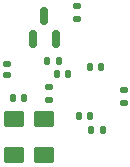
<source format=gtp>
%TF.GenerationSoftware,KiCad,Pcbnew,7.0.7*%
%TF.CreationDate,2023-12-15T10:49:52-05:00*%
%TF.ProjectId,Conference Circuit 1214,436f6e66-6572-4656-9e63-652043697263,rev?*%
%TF.SameCoordinates,Original*%
%TF.FileFunction,Paste,Top*%
%TF.FilePolarity,Positive*%
%FSLAX46Y46*%
G04 Gerber Fmt 4.6, Leading zero omitted, Abs format (unit mm)*
G04 Created by KiCad (PCBNEW 7.0.7) date 2023-12-15 10:49:52*
%MOMM*%
%LPD*%
G01*
G04 APERTURE LIST*
G04 Aperture macros list*
%AMRoundRect*
0 Rectangle with rounded corners*
0 $1 Rounding radius*
0 $2 $3 $4 $5 $6 $7 $8 $9 X,Y pos of 4 corners*
0 Add a 4 corners polygon primitive as box body*
4,1,4,$2,$3,$4,$5,$6,$7,$8,$9,$2,$3,0*
0 Add four circle primitives for the rounded corners*
1,1,$1+$1,$2,$3*
1,1,$1+$1,$4,$5*
1,1,$1+$1,$6,$7*
1,1,$1+$1,$8,$9*
0 Add four rect primitives between the rounded corners*
20,1,$1+$1,$2,$3,$4,$5,0*
20,1,$1+$1,$4,$5,$6,$7,0*
20,1,$1+$1,$6,$7,$8,$9,0*
20,1,$1+$1,$8,$9,$2,$3,0*%
G04 Aperture macros list end*
%ADD10RoundRect,0.150000X0.150000X-0.587500X0.150000X0.587500X-0.150000X0.587500X-0.150000X-0.587500X0*%
%ADD11RoundRect,0.250001X-0.624999X0.462499X-0.624999X-0.462499X0.624999X-0.462499X0.624999X0.462499X0*%
%ADD12RoundRect,0.140000X0.170000X-0.140000X0.170000X0.140000X-0.170000X0.140000X-0.170000X-0.140000X0*%
%ADD13RoundRect,0.140000X-0.140000X-0.170000X0.140000X-0.170000X0.140000X0.170000X-0.140000X0.170000X0*%
%ADD14RoundRect,0.135000X0.135000X0.185000X-0.135000X0.185000X-0.135000X-0.185000X0.135000X-0.185000X0*%
%ADD15RoundRect,0.135000X-0.185000X0.135000X-0.185000X-0.135000X0.185000X-0.135000X0.185000X0.135000X0*%
%ADD16RoundRect,0.140000X0.140000X0.170000X-0.140000X0.170000X-0.140000X-0.170000X0.140000X-0.170000X0*%
%ADD17RoundRect,0.135000X0.185000X-0.135000X0.185000X0.135000X-0.185000X0.135000X-0.185000X-0.135000X0*%
G04 APERTURE END LIST*
D10*
%TO.C,Q3*%
X153228000Y-94028500D03*
X155128000Y-94028500D03*
X154178000Y-92153500D03*
%TD*%
D11*
%TO.C,Q1*%
X154178000Y-100874500D03*
X154178000Y-103849500D03*
%TD*%
D12*
%TO.C,C3*%
X151003000Y-97127000D03*
X151003000Y-96167000D03*
%TD*%
D11*
%TO.C,Q2*%
X151638000Y-100874500D03*
X151638000Y-103849500D03*
%TD*%
D13*
%TO.C,C4*%
X158016000Y-96393000D03*
X158976000Y-96393000D03*
%TD*%
D14*
%TO.C,R6*%
X155450000Y-95885000D03*
X154430000Y-95885000D03*
%TD*%
%TO.C,R1*%
X159133000Y-101727000D03*
X158113000Y-101727000D03*
%TD*%
D15*
%TO.C,R4*%
X154559000Y-98169000D03*
X154559000Y-99189000D03*
%TD*%
D13*
%TO.C,C2*%
X151539000Y-99060000D03*
X152499000Y-99060000D03*
%TD*%
D16*
%TO.C,C_B1*%
X156210000Y-97028000D03*
X155250000Y-97028000D03*
%TD*%
D17*
%TO.C,R7*%
X156972000Y-92331000D03*
X156972000Y-91311000D03*
%TD*%
D13*
%TO.C,C1*%
X157127000Y-100584000D03*
X158087000Y-100584000D03*
%TD*%
D17*
%TO.C,R3*%
X160909000Y-99443000D03*
X160909000Y-98423000D03*
%TD*%
M02*

</source>
